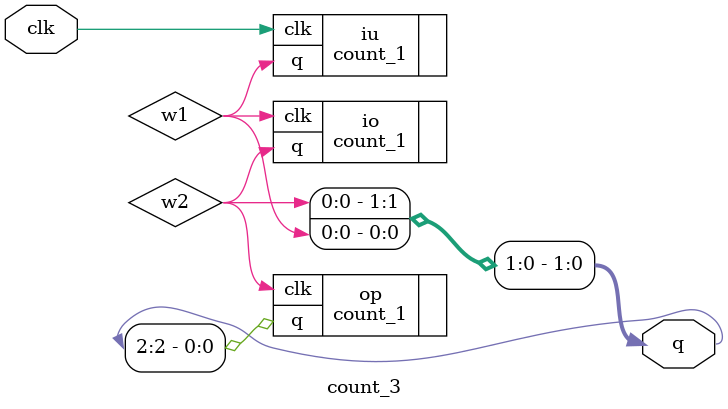
<source format=sv>
module count_3 (clk,q);
input clk;
output [2:0]q;
wire w1,w2,w3;
count_1 iu (.clk(clk),.q(w1));
count_1 io (.clk(w1),.q(w2));
count_1 op (.clk(w2),.q(q[2]));

assign q[0] = w1;
assign q[1] = w2;

endmodule
</source>
